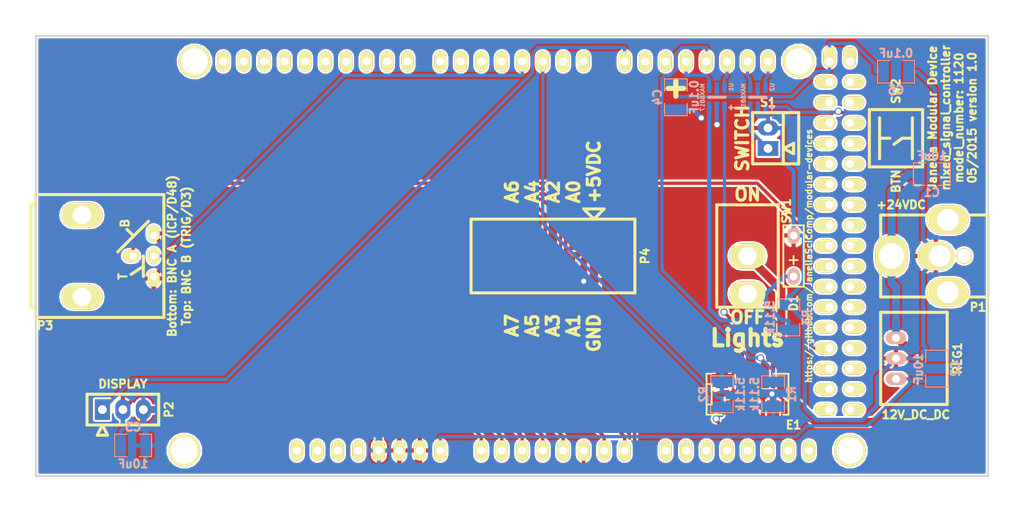
<source format=kicad_pcb>
(kicad_pcb (version 4) (host pcbnew 0.201504221001+5618~22~ubuntu14.04.1-product)
  (title_block (title mixed_signal_controller) (rev 1.2))
  (layers (0 F.Cu signal) (31 B.Cu signal) (34 B.Paste user) (35 F.Paste user) (36 B.SilkS user) (37 F.SilkS user) (38 B.Mask user) (39 F.Mask user) (44 Edge.Cuts user))
  (net 0 "")
  (net 1 VAA)
  (net 2 GND)
  (net 3 /V_IN)
  (net 4 +5V)
  (net 5 /ENC_BTN)
  (net 6 /ENC_B)
  (net 7 /ENC_A)
  (net 8 /TX3)
  (net 9 /D_ENC_BTN)
  (net 10 /LED_PWR)
  (net 11 /BNC_A)
  (net 12 /BNC_B)
  (net 13 /D_LED_PWR)
  (net 14 /D_BTN)
  (net 15 +5VD)
  (net 16 /BTN)
  (net 17 "Net-(ARDUINO1-PadNC)")
  (net 18 "Net-(ARDUINO1-PadIREF)")
  (net 19 "Net-(ARDUINO1-Pad3V3)")
  (net 20 "Net-(ARDUINO1-PadA8)")
  (net 21 "Net-(ARDUINO1-PadA9)")
  (net 22 "Net-(ARDUINO1-PadA10)")
  (net 23 "Net-(ARDUINO1-PadA11)")
  (net 24 "Net-(ARDUINO1-PadA12)")
  (net 25 "Net-(ARDUINO1-PadA13)")
  (net 26 "Net-(ARDUINO1-PadA14)")
  (net 27 "Net-(ARDUINO1-PadA15)")
  (net 28 "Net-(ARDUINO1-Pad21B)")
  (net 29 "Net-(ARDUINO1-Pad20B)")
  (net 30 "Net-(ARDUINO1-PadAREF)")
  (net 31 "Net-(ARDUINO1-PadGND3)")
  (net 32 "Net-(ARDUINO1-Pad13)")
  (net 33 "Net-(ARDUINO1-Pad12)")
  (net 34 "Net-(ARDUINO1-Pad11)")
  (net 35 "Net-(ARDUINO1-Pad10)")
  (net 36 "Net-(ARDUINO1-Pad9)")
  (net 37 "Net-(ARDUINO1-Pad8)")
  (net 38 "Net-(ARDUINO1-Pad7)")
  (net 39 "Net-(ARDUINO1-Pad0)")
  (net 40 "Net-(ARDUINO1-Pad1)")
  (net 41 "Net-(ARDUINO1-Pad4)")
  (net 42 "Net-(ARDUINO1-Pad5)")
  (net 43 "Net-(ARDUINO1-Pad6)")
  (net 44 "Net-(ARDUINO1-Pad15)")
  (net 45 "Net-(ARDUINO1-Pad16)")
  (net 46 /D_SWITCH)
  (net 47 "Net-(ARDUINO1-Pad5V_5)")
  (net 48 "Net-(ARDUINO1-Pad22)")
  (net 49 "Net-(ARDUINO1-Pad23)")
  (net 50 "Net-(ARDUINO1-Pad24)")
  (net 51 "Net-(ARDUINO1-Pad25)")
  (net 52 "Net-(ARDUINO1-Pad26)")
  (net 53 "Net-(ARDUINO1-Pad27)")
  (net 54 "Net-(ARDUINO1-Pad28)")
  (net 55 "Net-(ARDUINO1-Pad29)")
  (net 56 "Net-(ARDUINO1-Pad30)")
  (net 57 "Net-(ARDUINO1-Pad31)")
  (net 58 "Net-(ARDUINO1-Pad32)")
  (net 59 "Net-(ARDUINO1-Pad33)")
  (net 60 "Net-(ARDUINO1-Pad34)")
  (net 61 "Net-(ARDUINO1-Pad35)")
  (net 62 "Net-(ARDUINO1-Pad36)")
  (net 63 "Net-(ARDUINO1-Pad37)")
  (net 64 "Net-(ARDUINO1-Pad38)")
  (net 65 "Net-(ARDUINO1-Pad39)")
  (net 66 "Net-(ARDUINO1-Pad40)")
  (net 67 "Net-(ARDUINO1-Pad41)")
  (net 68 "Net-(ARDUINO1-Pad42)")
  (net 69 "Net-(ARDUINO1-Pad43)")
  (net 70 "Net-(ARDUINO1-Pad44)")
  (net 71 "Net-(ARDUINO1-Pad45)")
  (net 72 "Net-(ARDUINO1-Pad46)")
  (net 73 "Net-(ARDUINO1-Pad47)")
  (net 74 "Net-(ARDUINO1-Pad53)")
  (net 75 "Net-(ARDUINO1-PadGND4)")
  (net 76 "Net-(ARDUINO1-PadGND5)")
  (net 77 /SWITCH)
  (net 78 "Net-(ARDUINO1-PadRST)")
  (net 79 /A0)
  (net 80 /A1)
  (net 81 /A2)
  (net 82 /A3)
  (net 83 /A4)
  (net 84 /A5)
  (net 85 /A6)
  (net 86 /A7)
  (net 87 "Net-(ARDUINO1-Pad49)")
  (net 88 "Net-(ARDUINO1-Pad50)")
  (net 89 "Net-(ARDUINO1-Pad51)")
  (net 90 "Net-(ARDUINO1-Pad52)")
  (module mixed_signal_controller:KT_SWITCH (layer F.Cu) (at 200.025 88.265 90)
    (fp_text reference SW2 (at 5.842 0 270) (layer F.SilkS) (effects (font (size 1.016 1.016) (thickness 0.254))))
    (fp_text value KT_SWITCH hide)
    (fp_text user BTN (at -5.334 0 90) (layer F.SilkS) (effects (font (size 1.016 1.016) (thickness 0.254))))
    (pad 2 smd rect (at 4.1275 -1.99898 90) (size 2.667 1.59004) (layers F.Cu F.Paste F.Mask) (net 16 /BTN))
    (pad 1 smd rect (at -4.1275 -1.99898 90) (size 2.667 1.59004) (layers F.Cu F.Paste F.Mask))
    (pad 4 smd rect (at 4.1275 1.99898 90) (size 2.667 1.59004) (layers F.Cu F.Paste F.Mask))
    (pad 3 smd rect (at -4.1275 1.99898 90) (size 2.667 1.59004) (layers F.Cu F.Paste F.Mask) (net 2 GND))
  )
  (module mixed_signal_controller:Header_Shrouded_2_Pin (layer F.Cu) (at 184.15 88.265 270)
    (fp_text reference S1 (at -4.445 0 360) (layer F.SilkS) (effects (font (size 1.016 1.016) (thickness 0.254))))
    (fp_text value HEADER_01X02_SHR hide)
    (pad 2 thru_hole oval (at -1.27 0 270) (size 1.8542 2.54) (drill 1.0922) (layers *.Cu *.Mask) (net 2 GND))
    (pad 1 thru_hole rect (at 1.27 0 270) (size 1.8542 2.54) (drill 1.0922) (layers *.Cu *.Mask) (net 77 /SWITCH))
  )
  (module footprints:Header_3_Pin (layer F.Cu) (at 104.14 121.92 180)
    (fp_text reference P2 (at -5.715 0 270) (layer F.SilkS) (effects (font (size 1.016 1.016) (thickness 0.254))))
    (fp_text value HEADER_01X03 hide)
    (pad 2 thru_hole oval (at 0 0 180) (size 1.8542 2.54) (drill 1.0922) (layers *.Cu *.Mask) (net 2 GND))
    (pad 3 thru_hole oval (at -2.54 0 180) (size 1.8542 2.54) (drill 1.0922) (layers *.Cu *.Mask) (net 4 +5V))
    (pad 1 thru_hole rect (at 2.54 0 180) (size 1.8542 2.54) (drill 1.0922) (layers *.Cu *.Mask) (net 8 /TX3))
  )
  (module mixed_signal_controller:SPST_SERIES_M (layer F.Cu) (at 181.61 102.87 180)
    (fp_text reference SW1 (at -4.826 5.588 270) (layer F.SilkS) (effects (font (size 1.016 1.016) (thickness 0.254))))
    (fp_text value SPST_SERIES_M hide)
    (fp_text user Lights (at 0 -10.16 180) (layer F.SilkS) (effects (font (size 2.032 2.032) (thickness 0.508))))
    (fp_text user OFF (at 0 -7.62 180) (layer F.SilkS) (effects (font (thickness 0.381))))
    (fp_text user ON (at 0 7.62 180) (layer F.SilkS) (effects (font (thickness 0.381))))
    (pad 2 thru_hole oval (at 0 0 180) (size 4.445 3.175) (drill 2.286) (layers *.Cu *.Mask F.SilkS) (net 1 VAA))
    (pad 3 thru_hole oval (at 0 -4.699 180) (size 4.445 3.175) (drill 2.286) (layers *.Cu *.Mask F.SilkS) (net 10 /LED_PWR))
  )
  (module mixed_signal_controller:LED_555-3XXX (layer F.Cu) (at 187.325 102.87 180)
    (fp_text reference D1 (at 0 -5.842 450) (layer F.SilkS) (effects (font (size 1.016 1.016) (thickness 0.254))))
    (fp_text value LED_24V hide)
    (pad 1 thru_hole oval (at 0 -2.54 180) (size 1.524 2.032) (drill 0.9652) (layers *.Cu *.SilkS *.Mask) (net 10 /LED_PWR))
    (pad 2 thru_hole oval (at 0 2.54 180) (size 1.524 2.032) (drill 0.9652) (layers *.Cu *.SilkS *.Mask) (net 2 GND))
  )
  (module mixed_signal_controller:BNC_DOUBLE (layer F.Cu) (at 99.06 102.87 90)
    (fp_text reference P3 (at -8.636 -4.572 360) (layer F.SilkS) (effects (font (size 1.016 1.016) (thickness 0.254))))
    (fp_text value BNC_DOUBLE_RA hide)
    (fp_text user "Top: BNC B (TRIG/D3)" (at 0 12.954 90) (layer F.SilkS) (effects (font (size 1.016 1.016) (thickness 0.254))))
    (fp_text user "Bottom: BNC A (ICP/D48)" (at 0 11.176 90) (layer F.SilkS) (effects (font (size 1.016 1.016) (thickness 0.254))))
    (fp_text user B (at 4.064 5.334 90) (layer F.SilkS) (effects (font (size 1.016 1.016) (thickness 0.254))))
    (fp_text user T (at -2.54 5.08 90) (layer F.SilkS) (effects (font (size 1.016 1.016) (thickness 0.254))))
    (pad "" thru_hole oval (at -5.08 0 90) (size 3.048 5.08) (drill 2.286) (layers *.Cu *.Mask F.SilkS))
    (pad "" thru_hole oval (at 5.08 0 90) (size 3.048 5.08) (drill 2.286) (layers *.Cu *.Mask F.SilkS))
    (pad 1 thru_hole oval (at 0 6.35 90) (size 1.524 2.032) (drill 0.889 (offset 0 -0.254)) (layers *.Cu *.Mask F.SilkS) (net 11 /BNC_A))
    (pad 3 thru_hole oval (at 0 8.89 90) (size 2.032 1.524) (drill 0.889) (layers *.Cu *.Mask F.SilkS) (net 12 /BNC_B))
    (pad 2 thru_hole oval (at 2.54 8.89 90) (size 2.032 1.524) (drill 0.889 (offset 0.254 0)) (layers *.Cu *.Mask F.SilkS) (net 2 GND))
    (pad 4 thru_hole oval (at -2.54 8.89 90) (size 2.032 1.524) (drill 0.889 (offset -0.254 0)) (layers *.Cu *.Mask F.SilkS) (net 2 GND))
  )
  (module mixed_signal_controller:SM1210 (layer B.Cu) (at 186.69 110.49 90)
    (fp_text reference R3 (at 0 2.286 90) (layer B.SilkS) (effects (font (size 1.016 1.016) (thickness 0.254)) (justify mirror)))
    (fp_text value 5.11k (at 0 -2.286 90) (layer B.SilkS) (effects (font (size 1.016 1.016) (thickness 0.254)) (justify mirror)))
    (pad 1 smd rect (at -1.524 0 90) (size 1.27 2.54) (layers B.Cu B.Paste B.Mask) (net 10 /LED_PWR))
    (pad 2 smd rect (at 1.524 0 90) (size 1.27 2.54) (layers B.Cu B.Paste B.Mask) (net 2 GND))
  )
  (module mixed_signal_controller:ARDUINO_MEGA_SHIELD (layer F.Cu) (at 97.79 129.54)
    (fp_text reference ARDUINO1 hide)
    (fp_text value ARDUINO_MEGA hide)
    (pad "" thru_hole circle (at 13.97 -2.54) (size 3.937 3.937) (drill 3.302) (layers *.Cu *.Mask F.SilkS))
    (pad "" thru_hole circle (at 15.24 -50.8) (size 3.937 3.937) (drill 3.302) (layers *.Cu *.Mask F.SilkS))
    (pad "" thru_hole circle (at 96.52 -2.54) (size 3.937 3.937) (drill 3.302) (layers *.Cu *.Mask F.SilkS))
    (pad "" thru_hole circle (at 90.17 -50.8) (size 3.937 3.937) (drill 3.302) (layers *.Cu *.Mask F.SilkS))
    (pad NC thru_hole oval (at 27.94 -2.54 90) (size 2.54 1.524) (drill 1.016) (layers *.Cu *.Mask F.SilkS) (net 17 "Net-(ARDUINO1-PadNC)"))
    (pad IREF thru_hole oval (at 30.48 -2.54 90) (size 2.54 1.524) (drill 1.016) (layers *.Cu *.Mask F.SilkS) (net 18 "Net-(ARDUINO1-PadIREF)"))
    (pad RST thru_hole oval (at 33.02 -2.54 90) (size 2.54 1.524) (drill 1.016) (layers *.Cu *.Mask F.SilkS) (net 78 "Net-(ARDUINO1-PadRST)"))
    (pad 3V3 thru_hole oval (at 35.56 -2.54 90) (size 2.54 1.524) (drill 1.016) (layers *.Cu *.Mask F.SilkS) (net 19 "Net-(ARDUINO1-Pad3V3)"))
    (pad 5V_1 thru_hole oval (at 38.1 -2.54 90) (size 2.54 1.524) (drill 1.016) (layers *.Cu *.Mask F.SilkS) (net 4 +5V))
    (pad GND1 thru_hole oval (at 40.64 -2.54 90) (size 2.54 1.524) (drill 1.016) (layers *.Cu *.Mask F.SilkS) (net 2 GND))
    (pad GND2 thru_hole oval (at 43.18 -2.54 90) (size 2.54 1.524) (drill 1.016) (layers *.Cu *.Mask F.SilkS) (net 2 GND))
    (pad V_IN thru_hole oval (at 45.72 -2.54 90) (size 2.54 1.524) (drill 1.016) (layers *.Cu *.Mask F.SilkS) (net 3 /V_IN))
    (pad A0 thru_hole oval (at 50.8 -2.54 90) (size 2.54 1.524) (drill 1.016) (layers *.Cu *.Mask F.SilkS) (net 79 /A0))
    (pad A1 thru_hole oval (at 53.34 -2.54 90) (size 2.54 1.524) (drill 1.016) (layers *.Cu *.Mask F.SilkS) (net 80 /A1))
    (pad A2 thru_hole oval (at 55.88 -2.54 90) (size 2.54 1.524) (drill 1.016) (layers *.Cu *.Mask F.SilkS) (net 81 /A2))
    (pad A3 thru_hole oval (at 58.42 -2.54 90) (size 2.54 1.524) (drill 1.016) (layers *.Cu *.Mask F.SilkS) (net 82 /A3))
    (pad A4 thru_hole oval (at 60.96 -2.54 90) (size 2.54 1.524) (drill 1.016) (layers *.Cu *.Mask F.SilkS) (net 83 /A4))
    (pad A5 thru_hole oval (at 63.5 -2.54 90) (size 2.54 1.524) (drill 1.016) (layers *.Cu *.Mask F.SilkS) (net 84 /A5))
    (pad A6 thru_hole oval (at 66.04 -2.54 90) (size 2.54 1.524) (drill 1.016) (layers *.Cu *.Mask F.SilkS) (net 85 /A6))
    (pad A7 thru_hole oval (at 68.58 -2.54 90) (size 2.54 1.524) (drill 1.016) (layers *.Cu *.Mask F.SilkS) (net 86 /A7))
    (pad A8 thru_hole oval (at 73.66 -2.54 90) (size 2.54 1.524) (drill 1.016) (layers *.Cu *.Mask F.SilkS) (net 20 "Net-(ARDUINO1-PadA8)"))
    (pad A9 thru_hole oval (at 76.2 -2.54 90) (size 2.54 1.524) (drill 1.016) (layers *.Cu *.Mask F.SilkS) (net 21 "Net-(ARDUINO1-PadA9)"))
    (pad A10 thru_hole oval (at 78.74 -2.54 90) (size 2.54 1.524) (drill 1.016) (layers *.Cu *.Mask F.SilkS) (net 22 "Net-(ARDUINO1-PadA10)"))
    (pad A11 thru_hole oval (at 81.28 -2.54 90) (size 2.54 1.524) (drill 1.016) (layers *.Cu *.Mask F.SilkS) (net 23 "Net-(ARDUINO1-PadA11)"))
    (pad A12 thru_hole oval (at 83.82 -2.54 90) (size 2.54 1.524) (drill 1.016) (layers *.Cu *.Mask F.SilkS) (net 24 "Net-(ARDUINO1-PadA12)"))
    (pad A13 thru_hole oval (at 86.36 -2.54 90) (size 2.54 1.524) (drill 1.016) (layers *.Cu *.Mask F.SilkS) (net 25 "Net-(ARDUINO1-PadA13)"))
    (pad A14 thru_hole oval (at 88.9 -2.54 90) (size 2.54 1.524) (drill 1.016) (layers *.Cu *.Mask F.SilkS) (net 26 "Net-(ARDUINO1-PadA14)"))
    (pad A15 thru_hole oval (at 91.44 -2.54 90) (size 2.54 1.524) (drill 1.016) (layers *.Cu *.Mask F.SilkS) (net 27 "Net-(ARDUINO1-PadA15)"))
    (pad 21B thru_hole oval (at 18.796 -50.8 90) (size 2.54 1.524) (drill 1.016) (layers *.Cu *.Mask F.SilkS) (net 28 "Net-(ARDUINO1-Pad21B)"))
    (pad 20B thru_hole oval (at 21.336 -50.8 90) (size 2.54 1.524) (drill 1.016) (layers *.Cu *.Mask F.SilkS) (net 29 "Net-(ARDUINO1-Pad20B)"))
    (pad AREF thru_hole oval (at 23.876 -50.8 90) (size 2.54 1.524) (drill 1.016) (layers *.Cu *.Mask F.SilkS) (net 30 "Net-(ARDUINO1-PadAREF)"))
    (pad GND3 thru_hole oval (at 26.416 -50.8 90) (size 2.54 1.524) (drill 1.016) (layers *.Cu *.Mask F.SilkS) (net 31 "Net-(ARDUINO1-PadGND3)"))
    (pad 13 thru_hole oval (at 28.956 -50.8 90) (size 2.54 1.524) (drill 1.016) (layers *.Cu *.Mask F.SilkS) (net 32 "Net-(ARDUINO1-Pad13)"))
    (pad 12 thru_hole oval (at 31.496 -50.8 90) (size 2.54 1.524) (drill 1.016) (layers *.Cu *.Mask F.SilkS) (net 33 "Net-(ARDUINO1-Pad12)"))
    (pad 11 thru_hole oval (at 34.036 -50.8 90) (size 2.54 1.524) (drill 1.016) (layers *.Cu *.Mask F.SilkS) (net 34 "Net-(ARDUINO1-Pad11)"))
    (pad 10 thru_hole oval (at 36.576 -50.8 90) (size 2.54 1.524) (drill 1.016) (layers *.Cu *.Mask F.SilkS) (net 35 "Net-(ARDUINO1-Pad10)"))
    (pad 9 thru_hole oval (at 39.116 -50.8 90) (size 2.54 1.524) (drill 1.016) (layers *.Cu *.Mask F.SilkS) (net 36 "Net-(ARDUINO1-Pad9)"))
    (pad 8 thru_hole oval (at 41.656 -50.8 90) (size 2.54 1.524) (drill 1.016) (layers *.Cu *.Mask F.SilkS) (net 37 "Net-(ARDUINO1-Pad8)"))
    (pad 7 thru_hole oval (at 45.72 -50.8 90) (size 2.54 1.524) (drill 1.016) (layers *.Cu *.Mask F.SilkS) (net 38 "Net-(ARDUINO1-Pad7)"))
    (pad 0 thru_hole oval (at 63.5 -50.8 90) (size 2.54 1.524) (drill 1.016) (layers *.Cu *.Mask F.SilkS) (net 39 "Net-(ARDUINO1-Pad0)"))
    (pad 1 thru_hole oval (at 60.96 -50.8 90) (size 2.54 1.524) (drill 1.016) (layers *.Cu *.Mask F.SilkS) (net 40 "Net-(ARDUINO1-Pad1)"))
    (pad 2 thru_hole oval (at 58.42 -50.8 90) (size 2.54 1.524) (drill 1.016) (layers *.Cu *.Mask F.SilkS) (net 6 /ENC_B))
    (pad 3 thru_hole oval (at 55.88 -50.8 90) (size 2.54 1.524) (drill 1.016) (layers *.Cu *.Mask F.SilkS) (net 12 /BNC_B))
    (pad 4 thru_hole oval (at 53.34 -50.8 90) (size 2.54 1.524) (drill 1.016) (layers *.Cu *.Mask F.SilkS) (net 41 "Net-(ARDUINO1-Pad4)"))
    (pad 5 thru_hole oval (at 50.8 -50.8 90) (size 2.54 1.524) (drill 1.016) (layers *.Cu *.Mask F.SilkS) (net 42 "Net-(ARDUINO1-Pad5)"))
    (pad 6 thru_hole oval (at 48.26 -50.8 90) (size 2.54 1.524) (drill 1.016) (layers *.Cu *.Mask F.SilkS) (net 43 "Net-(ARDUINO1-Pad6)"))
    (pad 14 thru_hole oval (at 68.58 -50.8 90) (size 2.54 1.524) (drill 1.016) (layers *.Cu *.Mask F.SilkS) (net 8 /TX3))
    (pad 15 thru_hole oval (at 71.12 -50.8 90) (size 2.54 1.524) (drill 1.016) (layers *.Cu *.Mask F.SilkS) (net 44 "Net-(ARDUINO1-Pad15)"))
    (pad 16 thru_hole oval (at 73.66 -50.8 90) (size 2.54 1.524) (drill 1.016) (layers *.Cu *.Mask F.SilkS) (net 45 "Net-(ARDUINO1-Pad16)"))
    (pad 17 thru_hole oval (at 76.2 -50.8 90) (size 2.54 1.524) (drill 1.016) (layers *.Cu *.Mask F.SilkS) (net 13 /D_LED_PWR))
    (pad 18 thru_hole oval (at 78.74 -50.8 90) (size 2.54 1.524) (drill 1.016) (layers *.Cu *.Mask F.SilkS) (net 7 /ENC_A))
    (pad 19 thru_hole oval (at 81.28 -50.8 90) (size 2.54 1.524) (drill 1.016) (layers *.Cu *.Mask F.SilkS) (net 9 /D_ENC_BTN))
    (pad 20 thru_hole oval (at 83.82 -50.8 90) (size 2.54 1.524) (drill 1.016) (layers *.Cu *.Mask F.SilkS) (net 46 /D_SWITCH))
    (pad 21 thru_hole oval (at 86.36 -50.8 90) (size 2.54 1.524) (drill 1.016) (layers *.Cu *.Mask F.SilkS) (net 14 /D_BTN))
    (pad 5V_4 thru_hole oval (at 93.98 -50.8 90) (size 2.54 1.524) (drill 1.016 (offset 0.508 0)) (layers *.Cu *.Mask F.SilkS) (net 15 +5VD))
    (pad 5V_5 thru_hole oval (at 96.52 -50.8 90) (size 2.54 1.524) (drill 1.016 (offset 0.508 0)) (layers *.Cu *.Mask F.SilkS) (net 47 "Net-(ARDUINO1-Pad5V_5)"))
    (pad 22 thru_hole oval (at 93.98 -48.26 90) (size 1.524 2.54) (drill 1.016 (offset 0 -0.508)) (layers *.Cu *.Mask F.SilkS) (net 48 "Net-(ARDUINO1-Pad22)"))
    (pad 23 thru_hole oval (at 96.52 -48.26 90) (size 1.524 2.54) (drill 1.016 (offset 0 0.508)) (layers *.Cu *.Mask F.SilkS) (net 49 "Net-(ARDUINO1-Pad23)"))
    (pad 24 thru_hole oval (at 93.98 -45.72 90) (size 1.524 2.54) (drill 1.016 (offset 0 -0.508)) (layers *.Cu *.Mask F.SilkS) (net 50 "Net-(ARDUINO1-Pad24)"))
    (pad 25 thru_hole oval (at 96.52 -45.72 90) (size 1.524 2.54) (drill 1.016 (offset 0 0.508)) (layers *.Cu *.Mask F.SilkS) (net 51 "Net-(ARDUINO1-Pad25)"))
    (pad 26 thru_hole oval (at 93.98 -43.18 90) (size 1.524 2.54) (drill 1.016 (offset 0 -0.508)) (layers *.Cu *.Mask F.SilkS) (net 52 "Net-(ARDUINO1-Pad26)"))
    (pad 27 thru_hole oval (at 96.52 -43.18 90) (size 1.524 2.54) (drill 1.016 (offset 0 0.508)) (layers *.Cu *.Mask F.SilkS) (net 53 "Net-(ARDUINO1-Pad27)"))
    (pad 28 thru_hole oval (at 93.98 -40.64 90) (size 1.524 2.54) (drill 1.016 (offset 0 -0.508)) (layers *.Cu *.Mask F.SilkS) (net 54 "Net-(ARDUINO1-Pad28)"))
    (pad 29 thru_hole oval (at 96.52 -40.64 90) (size 1.524 2.54) (drill 1.016 (offset 0 0.508)) (layers *.Cu *.Mask F.SilkS) (net 55 "Net-(ARDUINO1-Pad29)"))
    (pad 30 thru_hole oval (at 93.98 -38.1 90) (size 1.524 2.54) (drill 1.016 (offset 0 -0.508)) (layers *.Cu *.Mask F.SilkS) (net 56 "Net-(ARDUINO1-Pad30)"))
    (pad 31 thru_hole oval (at 96.52 -38.1 90) (size 1.524 2.54) (drill 1.016 (offset 0 0.508)) (layers *.Cu *.Mask F.SilkS) (net 57 "Net-(ARDUINO1-Pad31)"))
    (pad 32 thru_hole oval (at 93.98 -35.56 90) (size 1.524 2.54) (drill 1.016 (offset 0 -0.508)) (layers *.Cu *.Mask F.SilkS) (net 58 "Net-(ARDUINO1-Pad32)"))
    (pad 33 thru_hole oval (at 96.52 -35.56 90) (size 1.524 2.54) (drill 1.016 (offset 0 0.508)) (layers *.Cu *.Mask F.SilkS) (net 59 "Net-(ARDUINO1-Pad33)"))
    (pad 34 thru_hole oval (at 93.98 -33.02 90) (size 1.524 2.54) (drill 1.016 (offset 0 -0.508)) (layers *.Cu *.Mask F.SilkS) (net 60 "Net-(ARDUINO1-Pad34)"))
    (pad 35 thru_hole oval (at 96.52 -33.02 90) (size 1.524 2.54) (drill 1.016 (offset 0 0.508)) (layers *.Cu *.Mask F.SilkS) (net 61 "Net-(ARDUINO1-Pad35)"))
    (pad 36 thru_hole oval (at 93.98 -30.48 90) (size 1.524 2.54) (drill 1.016 (offset 0 -0.508)) (layers *.Cu *.Mask F.SilkS) (net 62 "Net-(ARDUINO1-Pad36)"))
    (pad 37 thru_hole oval (at 96.52 -30.48 90) (size 1.524 2.54) (drill 1.016 (offset 0 0.508)) (layers *.Cu *.Mask F.SilkS) (net 63 "Net-(ARDUINO1-Pad37)"))
    (pad 38 thru_hole oval (at 93.98 -27.94 90) (size 1.524 2.54) (drill 1.016 (offset 0 -0.508)) (layers *.Cu *.Mask F.SilkS) (net 64 "Net-(ARDUINO1-Pad38)"))
    (pad 39 thru_hole oval (at 96.52 -27.94 90) (size 1.524 2.54) (drill 1.016 (offset 0 0.508)) (layers *.Cu *.Mask F.SilkS) (net 65 "Net-(ARDUINO1-Pad39)"))
    (pad 40 thru_hole oval (at 93.98 -25.4 90) (size 1.524 2.54) (drill 1.016 (offset 0 -0.508)) (layers *.Cu *.Mask F.SilkS) (net 66 "Net-(ARDUINO1-Pad40)"))
    (pad 41 thru_hole oval (at 96.52 -25.4 90) (size 1.524 2.54) (drill 1.016 (offset 0 0.508)) (layers *.Cu *.Mask F.SilkS) (net 67 "Net-(ARDUINO1-Pad41)"))
    (pad 42 thru_hole oval (at 93.98 -22.86 90) (size 1.524 2.54) (drill 1.016 (offset 0 -0.508)) (layers *.Cu *.Mask F.SilkS) (net 68 "Net-(ARDUINO1-Pad42)"))
    (pad 43 thru_hole oval (at 96.52 -22.86 90) (size 1.524 2.54) (drill 1.016 (offset 0 0.508)) (layers *.Cu *.Mask F.SilkS) (net 69 "Net-(ARDUINO1-Pad43)"))
    (pad 44 thru_hole oval (at 93.98 -20.32 90) (size 1.524 2.54) (drill 1.016 (offset 0 -0.508)) (layers *.Cu *.Mask F.SilkS) (net 70 "Net-(ARDUINO1-Pad44)"))
    (pad 45 thru_hole oval (at 96.52 -20.32 90) (size 1.524 2.54) (drill 1.016 (offset 0 0.508)) (layers *.Cu *.Mask F.SilkS) (net 71 "Net-(ARDUINO1-Pad45)"))
    (pad 46 thru_hole oval (at 93.98 -17.78 90) (size 1.524 2.54) (drill 1.016 (offset 0 -0.508)) (layers *.Cu *.Mask F.SilkS) (net 72 "Net-(ARDUINO1-Pad46)"))
    (pad 47 thru_hole oval (at 96.52 -17.78 90) (size 1.524 2.54) (drill 1.016 (offset 0 0.508)) (layers *.Cu *.Mask F.SilkS) (net 73 "Net-(ARDUINO1-Pad47)"))
    (pad 48 thru_hole oval (at 93.98 -15.24 90) (size 1.524 2.54) (drill 1.016 (offset 0 -0.508)) (layers *.Cu *.Mask F.SilkS) (net 11 /BNC_A))
    (pad 49 thru_hole oval (at 96.52 -15.24 90) (size 1.524 2.54) (drill 1.016 (offset 0 0.508)) (layers *.Cu *.Mask F.SilkS) (net 87 "Net-(ARDUINO1-Pad49)"))
    (pad 50 thru_hole oval (at 93.98 -12.7 90) (size 1.524 2.54) (drill 1.016 (offset 0 -0.508)) (layers *.Cu *.Mask F.SilkS) (net 88 "Net-(ARDUINO1-Pad50)"))
    (pad 51 thru_hole oval (at 96.52 -12.7 90) (size 1.524 2.54) (drill 1.016 (offset 0 0.508)) (layers *.Cu *.Mask F.SilkS) (net 89 "Net-(ARDUINO1-Pad51)"))
    (pad 52 thru_hole oval (at 93.98 -10.16 90) (size 1.524 2.54) (drill 1.016 (offset 0 -0.508)) (layers *.Cu *.Mask F.SilkS) (net 90 "Net-(ARDUINO1-Pad52)"))
    (pad 53 thru_hole oval (at 96.52 -10.16 90) (size 1.524 2.54) (drill 1.016 (offset 0 0.508)) (layers *.Cu *.Mask F.SilkS) (net 74 "Net-(ARDUINO1-Pad53)"))
    (pad GND4 thru_hole oval (at 93.98 -7.62 90) (size 1.524 2.54) (drill 1.016 (offset 0 -0.508)) (layers *.Cu *.Mask F.SilkS) (net 75 "Net-(ARDUINO1-PadGND4)"))
    (pad GND5 thru_hole oval (at 96.52 -7.62 90) (size 1.524 2.54) (drill 1.016 (offset 0 0.508)) (layers *.Cu *.Mask F.SilkS) (net 76 "Net-(ARDUINO1-PadGND5)"))
  )
  (module mixed_signal_controller:DC_DC_CONV_R78C (layer F.Cu) (at 200.025 115.57 270)
    (fp_text reference REG1 (at 0 -7.62 270) (layer F.SilkS) (effects (font (size 1.016 1.016) (thickness 0.254))))
    (fp_text value CONV_DC_DC_12V_1A hide)
    (pad 2 thru_hole oval (at 0 0 270) (size 1.524 2.54) (drill 0.9906) (layers *.Cu *.SilkS *.Mask) (net 2 GND))
    (pad 3 thru_hole oval (at 2.54 0 270) (size 1.524 2.54) (drill 0.9906) (layers *.Cu *.SilkS *.Mask) (net 3 /V_IN))
    (pad 1 thru_hole oval (at -2.54 0 270) (size 1.524 2.54) (drill 0.9906) (layers *.Cu *.SilkS *.Mask) (net 1 VAA))
  )
  (module mixed_signal_controller:DCJACK_2PIN_HIGHCURRENT (layer F.Cu) (at 211.455 102.87 270)
    (fp_text reference P1 (at 6.35 1.27 360) (layer F.SilkS) (effects (font (size 1.016 1.016) (thickness 0.254))))
    (fp_text value PWR_JACK_2.5x5.5 hide)
    (pad "" thru_hole circle (at 0 2.9972 270) (size 1.9304 1.9304) (drill 1.6002) (layers *.Cu *.Mask F.SilkS))
    (pad 2 thru_hole oval (at 0 5.9944 270) (size 3.556 4.572) (drill 2.6924 (offset 0 0.508)) (layers *.Cu *.Mask F.SilkS) (net 2 GND))
    (pad 1 thru_hole oval (at 0 11.9888 270) (size 5.08 4.064) (drill 3.1496) (layers *.Cu *.Mask F.SilkS) (net 1 VAA))
    (pad "" thru_hole oval (at -4.4958 5.0038 270) (size 3.556 5.08) (drill 2.6924) (layers *.Cu *.Mask F.SilkS))
    (pad "" thru_hole oval (at 4.4958 5.0038 270) (size 3.556 5.08) (drill 2.6924) (layers *.Cu *.Mask F.SilkS))
  )
  (module mixed_signal_controller:SM1210 (layer B.Cu) (at 204.47 92.71)
    (fp_text reference C1 (at 0 2.286) (layer B.SilkS) (effects (font (size 1.016 1.016) (thickness 0.254)) (justify mirror)))
    (fp_text value 10uF (at 0 -2.286) (layer B.SilkS) (effects (font (size 1.016 1.016) (thickness 0.254)) (justify mirror)))
    (pad 1 smd rect (at -1.524 0) (size 1.27 2.54) (layers B.Cu B.Paste B.Mask) (net 1 VAA))
    (pad 2 smd rect (at 1.524 0) (size 1.27 2.54) (layers B.Cu B.Paste B.Mask) (net 2 GND))
  )
  (module mixed_signal_controller:SM1210 (layer B.Cu) (at 205.105 116.84 90)
    (fp_text reference C2 (at 0 2.286 90) (layer B.SilkS) (effects (font (size 1.016 1.016) (thickness 0.254)) (justify mirror)))
    (fp_text value 10uF (at 0 -2.286 90) (layer B.SilkS) (effects (font (size 1.016 1.016) (thickness 0.254)) (justify mirror)))
    (pad 1 smd rect (at -1.524 0 90) (size 1.27 2.54) (layers B.Cu B.Paste B.Mask) (net 3 /V_IN))
    (pad 2 smd rect (at 1.524 0 90) (size 1.27 2.54) (layers B.Cu B.Paste B.Mask) (net 2 GND))
  )
  (module mixed_signal_controller:SM1210 (layer B.Cu) (at 105.41 126.365 180)
    (fp_text reference C3 (at 0 2.286 180) (layer B.SilkS) (effects (font (size 1.016 1.016) (thickness 0.254)) (justify mirror)))
    (fp_text value 10uF (at 0 -2.286 180) (layer B.SilkS) (effects (font (size 1.016 1.016) (thickness 0.254)) (justify mirror)))
    (pad 1 smd rect (at -1.524 0 180) (size 1.27 2.54) (layers B.Cu B.Paste B.Mask) (net 4 +5V))
    (pad 2 smd rect (at 1.524 0 180) (size 1.27 2.54) (layers B.Cu B.Paste B.Mask) (net 2 GND))
  )
  (module mixed_signal_controller:SM1210 (layer B.Cu) (at 172.72 83.185 270)
    (fp_text reference C4 (at 0 2.286 270) (layer B.SilkS) (effects (font (size 1.016 1.016) (thickness 0.254)) (justify mirror)))
    (fp_text value 0.1uF (at 0 -2.286 270) (layer B.SilkS) (effects (font (size 1.016 1.016) (thickness 0.254)) (justify mirror)))
    (pad 1 smd rect (at -1.524 0 270) (size 1.27 2.54) (layers B.Cu B.Paste B.Mask) (net 15 +5VD))
    (pad 2 smd rect (at 1.524 0 270) (size 1.27 2.54) (layers B.Cu B.Paste B.Mask) (net 2 GND))
  )
  (module mixed_signal_controller:SM1210 (layer B.Cu) (at 200.025 80.01)
    (fp_text reference C5 (at 0 2.286) (layer B.SilkS) (effects (font (size 1.016 1.016) (thickness 0.254)) (justify mirror)))
    (fp_text value 0.1uF (at 0 -2.286) (layer B.SilkS) (effects (font (size 1.016 1.016) (thickness 0.254)) (justify mirror)))
    (pad 1 smd rect (at -1.524 0) (size 1.27 2.54) (layers B.Cu B.Paste B.Mask) (net 15 +5VD))
    (pad 2 smd rect (at 1.524 0) (size 1.27 2.54) (layers B.Cu B.Paste B.Mask) (net 2 GND))
  )
  (module mixed_signal_controller:SM1210 (layer B.Cu) (at 184.785 120.015 90)
    (fp_text reference R1 (at 0 2.286 90) (layer B.SilkS) (effects (font (size 1.016 1.016) (thickness 0.254)) (justify mirror)))
    (fp_text value 5.11k (at 0 -2.286 90) (layer B.SilkS) (effects (font (size 1.016 1.016) (thickness 0.254)) (justify mirror)))
    (pad 1 smd rect (at -1.524 0 90) (size 1.27 2.54) (layers B.Cu B.Paste B.Mask) (net 4 +5V))
    (pad 2 smd rect (at 1.524 0 90) (size 1.27 2.54) (layers B.Cu B.Paste B.Mask) (net 7 /ENC_A))
  )
  (module mixed_signal_controller:SM1210 (layer B.Cu) (at 178.435 120.015 270)
    (fp_text reference R2 (at 0 2.286 270) (layer B.SilkS) (effects (font (size 1.016 1.016) (thickness 0.254)) (justify mirror)))
    (fp_text value 5.11k (at 0 -2.286 270) (layer B.SilkS) (effects (font (size 1.016 1.016) (thickness 0.254)) (justify mirror)))
    (pad 1 smd rect (at -1.524 0 270) (size 1.27 2.54) (layers B.Cu B.Paste B.Mask) (net 4 +5V))
    (pad 2 smd rect (at 1.524 0 270) (size 1.27 2.54) (layers B.Cu B.Paste B.Mask) (net 6 /ENC_B))
  )
  (module mixed_signal_controller:Micro-MaTch_6_SMD (layer F.Cu) (at 181.61 120.015)
    (fp_text reference E1 (at 5.715 3.81) (layer F.SilkS) (effects (font (size 1.016 1.016) (thickness 0.254))))
    (fp_text value ENCODER_C14 hide)
    (pad 1 smd rect (at -3.175 -2.2606) (size 1.4986 2.9972) (layers F.Cu F.Paste F.Mask) (net 2 GND))
    (pad 2 smd rect (at -1.905 2.2606) (size 1.4986 2.9972) (layers F.Cu F.Paste F.Mask) (net 2 GND))
    (pad 3 smd rect (at -0.635 -2.2606) (size 1.4986 2.9972) (layers F.Cu F.Paste F.Mask) (net 5 /ENC_BTN))
    (pad 4 smd rect (at 0.635 2.2606) (size 1.4986 2.9972) (layers F.Cu F.Paste F.Mask) (net 6 /ENC_B))
    (pad 5 smd rect (at 1.905 -2.2606) (size 1.4986 2.9972) (layers F.Cu F.Paste F.Mask) (net 7 /ENC_A))
    (pad 6 smd rect (at 3.175 2.2606) (size 1.4986 2.9972) (layers F.Cu F.Paste F.Mask) (net 4 +5V))
  )
  (module mixed_signal_controller:MAX6817 (layer B.Cu) (at 177.8 83.185 90)
    (fp_text reference U1 (at 1.27 1.778 90) (layer B.SilkS) (effects (font (size 0.508 0.508) (thickness 0.127)) (justify mirror)))
    (fp_text value MAX6817 (at 0 -1.778 270) (layer B.SilkS) (effects (font (size 0.508 0.508) (thickness 0.127)) (justify mirror)))
    (pad 1 smd rect (at -1.19888 0.94996 90) (size 1.33096 0.5588) (layers B.Cu B.Paste B.Mask) (net 5 /ENC_BTN) (clearance 0.1016))
    (pad 2 smd rect (at -1.19888 0 90) (size 1.33096 0.5588) (layers B.Cu B.Paste B.Mask) (net 2 GND) (clearance 0.1016))
    (pad 3 smd rect (at -1.19888 -0.94996 90) (size 1.33096 0.5588) (layers B.Cu B.Paste B.Mask) (net 10 /LED_PWR) (clearance 0.1016))
    (pad 4 smd rect (at 1.19888 -0.94996 90) (size 1.33096 0.5588) (layers B.Cu B.Paste B.Mask) (net 13 /D_LED_PWR) (clearance 0.1016))
    (pad 5 smd rect (at 1.19888 0 90) (size 1.33096 0.5588) (layers B.Cu B.Paste B.Mask) (net 15 +5VD) (clearance 0.1016))
    (pad 6 smd rect (at 1.19888 0.94996 90) (size 1.33096 0.5588) (layers B.Cu B.Paste B.Mask) (net 9 /D_ENC_BTN) (clearance 0.1016))
  )
  (module mixed_signal_controller:MAX6817 (layer B.Cu) (at 182.88 83.185 90)
    (fp_text reference U2 (at 1.27 1.778 90) (layer B.SilkS) (effects (font (size 0.508 0.508) (thickness 0.127)) (justify mirror)))
    (fp_text value MAX6817 (at 0 -1.778 270) (layer B.SilkS) (effects (font (size 0.508 0.508) (thickness 0.127)) (justify mirror)))
    (pad 1 smd rect (at -1.19888 0.94996 90) (size 1.33096 0.5588) (layers B.Cu B.Paste B.Mask) (net 16 /BTN) (clearance 0.1016))
    (pad 2 smd rect (at -1.19888 0 90) (size 1.33096 0.5588) (layers B.Cu B.Paste B.Mask) (net 2 GND) (clearance 0.1016))
    (pad 3 smd rect (at -1.19888 -0.94996 90) (size 1.33096 0.5588) (layers B.Cu B.Paste B.Mask) (net 77 /SWITCH) (clearance 0.1016))
    (pad 4 smd rect (at 1.19888 -0.94996 90) (size 1.33096 0.5588) (layers B.Cu B.Paste B.Mask) (net 46 /D_SWITCH) (clearance 0.1016))
    (pad 5 smd rect (at 1.19888 0 90) (size 1.33096 0.5588) (layers B.Cu B.Paste B.Mask) (net 15 +5VD) (clearance 0.1016))
    (pad 6 smd rect (at 1.19888 0.94996 90) (size 1.33096 0.5588) (layers B.Cu B.Paste B.Mask) (net 14 /D_BTN) (clearance 0.1016))
  )
  (module mixed_signal_controller:HEADER_02x05_SMD (layer F.Cu) (at 157.48 102.87)
    (fp_text reference P4 (at 11.43 0 90) (layer F.SilkS) (effects (font (size 1.016 1.016) (thickness 0.254))))
    (fp_text value HEADER_02X05_SMD hide)
    (pad 1 smd rect (at 5.08 -2.9972) (size 1.016 4.4958) (layers F.Cu F.Paste F.Mask) (net 4 +5V))
    (pad 2 smd rect (at 5.08 2.9972) (size 1.016 4.4958) (layers F.Cu F.Paste F.Mask) (net 2 GND))
    (pad 3 smd rect (at 2.54 -2.9972) (size 1.016 4.4958) (layers F.Cu F.Paste F.Mask) (net 79 /A0))
    (pad 4 smd rect (at 2.54 2.9972) (size 1.016 4.4958) (layers F.Cu F.Paste F.Mask) (net 80 /A1))
    (pad 5 smd rect (at 0 -2.9972) (size 1.016 4.4958) (layers F.Cu F.Paste F.Mask) (net 81 /A2))
    (pad 6 smd rect (at 0 2.9972) (size 1.016 4.4958) (layers F.Cu F.Paste F.Mask) (net 82 /A3))
    (pad 7 smd rect (at -2.54 -2.9972) (size 1.016 4.4958) (layers F.Cu F.Paste F.Mask) (net 83 /A4))
    (pad 8 smd rect (at -2.54 2.9972) (size 1.016 4.4958) (layers F.Cu F.Paste F.Mask) (net 84 /A5))
    (pad 9 smd rect (at -5.08 -2.9972) (size 1.016 4.4958) (layers F.Cu F.Paste F.Mask) (net 85 /A6))
    (pad 10 smd rect (at -5.08 2.9972) (size 1.016 4.4958) (layers F.Cu F.Paste F.Mask) (net 86 /A7))
  )
  (gr_text A7 (at 152.4 109.855 90) (layer F.SilkS) (effects (font (thickness 0.381)) (justify right)))
  (gr_text A5 (at 154.94 109.855 90) (layer F.SilkS) (effects (font (thickness 0.381)) (justify right)))
  (gr_text SWITCH (at 180.975 88.265 90) (layer F.SilkS) (effects (font (thickness 0.381))))
  (gr_text + (at 172.72 81.915) (layer F.SilkS) (effects (font (size 2.54 2.54) (thickness 0.635))))
  (gr_text A0 (at 160.02 96.52 90) (layer F.SilkS) (effects (font (thickness 0.381)) (justify left)))
  (gr_text A2 (at 157.48 96.52 90) (layer F.SilkS) (effects (font (thickness 0.381)) (justify left)))
  (gr_text A4 (at 154.94 96.52 90) (layer F.SilkS) (effects (font (thickness 0.381)) (justify left)))
  (gr_text A6 (at 152.4 96.52 90) (layer F.SilkS) (effects (font (thickness 0.381)) (justify left)))
  (gr_text GND (at 162.56 109.855 90) (layer F.SilkS) (effects (font (thickness 0.381)) (justify right)))
  (gr_text A1 (at 160.02 109.855 90) (layer F.SilkS) (effects (font (thickness 0.381)) (justify right)))
  (gr_text A3 (at 157.48 109.855 90) (layer F.SilkS) (effects (font (thickness 0.381)) (justify right)))
  (gr_text +5VDC (at 162.56 96.52 90) (layer F.SilkS) (effects (font (thickness 0.381)) (justify left)))
  (gr_line (start 211.455 75.565) (end 93.345 75.565) (angle 90) (layer Edge.Cuts) (width 0.2286))
  (gr_line (start 211.455 130.175) (end 211.455 75.565) (angle 90) (layer Edge.Cuts) (width 0.2286))
  (gr_line (start 93.345 130.175) (end 211.455 130.175) (angle 90) (layer Edge.Cuts) (width 0.2286))
  (gr_line (start 93.345 75.565) (end 93.345 130.175) (angle 90) (layer Edge.Cuts) (width 0.2286))
  (gr_text 12V_DC_DC (at 198.12 122.555) (layer F.SilkS) (effects (font (size 1.016 1.016) (thickness 0.254)) (justify left)))
  (gr_text +24VDC (at 200.66 96.52) (layer F.SilkS) (effects (font (size 1.016 1.016) (thickness 0.254))))
  (gr_text DISPLAY (at 104.14 118.745) (layer F.SilkS) (effects (font (size 1.016 1.016) (thickness 0.254))))
  (gr_text https://github.com/JaneliaSciComp/modular-devices (at 189.23 102.87 90) (layer F.SilkS) (effects (font (size 0.762 0.762) (thickness 0.1905))))
  (gr_text "Janelia Modular Device\nmixed_signal_controller\nmodel_number: 1120\n05/2015 version 1.0" (at 207.01 85.725 90) (layer F.SilkS) (effects (font (size 1.016 1.016) (thickness 0.254))))
  (segment (start 202.946 92.71) (end 201.5487 92.71) (width 1.016) (layer B.Cu) (net 1))
  (segment (start 185.8006 107.0606) (end 181.61 102.87) (width 1.016) (layer F.Cu) (net 1))
  (segment (start 185.8006 119.187) (end 185.8006 107.0606) (width 1.016) (layer F.Cu) (net 1))
  (segment (start 190.0704 123.4568) (end 185.8006 119.187) (width 1.016) (layer F.Cu) (net 1))
  (segment (start 197.3687 123.4568) (end 190.0704 123.4568) (width 1.016) (layer F.Cu) (net 1))
  (segment (start 202.0574 118.7681) (end 197.3687 123.4568) (width 1.016) (layer F.Cu) (net 1))
  (segment (start 202.0574 114.9354) (end 202.0574 118.7681) (width 1.016) (layer F.Cu) (net 1))
  (segment (start 200.152 113.03) (end 202.0574 114.9354) (width 1.016) (layer F.Cu) (net 1))
  (segment (start 200.025 113.03) (end 200.152 113.03) (width 1.016) (layer F.Cu) (net 1))
  (segment (start 199.4662 94.7925) (end 201.5487 92.71) (width 1.016) (layer B.Cu) (net 1))
  (segment (start 199.4662 102.87) (end 199.4662 94.7925) (width 1.016) (layer B.Cu) (net 1))
  (segment (start 200.025 106.7311) (end 200.025 113.03) (width 1.016) (layer B.Cu) (net 1))
  (segment (start 199.4662 106.1723) (end 200.025 106.7311) (width 1.016) (layer B.Cu) (net 1))
  (segment (start 199.4662 102.87) (end 199.4662 106.1723) (width 1.016) (layer B.Cu) (net 1))
  (via (at 177.8254 86.5812) (size 0.889) (layers F.Cu B.Cu) (net 2))
  (via (at 175.8772 85.746) (size 0.889) (layers F.Cu B.Cu) (net 2))
  (segment (start 184.1481 85.5577) (end 184.15 85.5596) (width 0.508) (layer B.Cu) (net 2))
  (segment (start 182.88 85.5577) (end 184.1481 85.5577) (width 0.508) (layer B.Cu) (net 2))
  (segment (start 184.15 86.995) (end 184.15 85.5596) (width 0.508) (layer B.Cu) (net 2))
  (segment (start 182.88 84.3839) (end 182.88 85.5577) (width 0.508) (layer B.Cu) (net 2))
  (segment (start 205.994 92.71) (end 204.8507 92.71) (width 0.508) (layer B.Cu) (net 2))
  (segment (start 204.8507 82.1684) (end 204.8507 92.71) (width 0.508) (layer B.Cu) (net 2))
  (segment (start 202.6923 80.01) (end 204.8507 82.1684) (width 0.508) (layer B.Cu) (net 2))
  (segment (start 201.549 80.01) (end 202.6923 80.01) (width 0.508) (layer B.Cu) (net 2))
  (segment (start 184.15 86.995) (end 185.9283 86.995) (width 0.508) (layer B.Cu) (net 2))
  (segment (start 187.325 92.403) (end 187.325 100.33) (width 0.508) (layer B.Cu) (net 2))
  (segment (start 185.9283 91.0063) (end 187.325 92.403) (width 0.508) (layer B.Cu) (net 2))
  (segment (start 185.9283 86.995) (end 185.9283 91.0063) (width 0.508) (layer B.Cu) (net 2))
  (segment (start 186.9758 107.8227) (end 186.69 107.8227) (width 0.508) (layer B.Cu) (net 2))
  (segment (start 188.5953 106.2032) (end 186.9758 107.8227) (width 0.508) (layer B.Cu) (net 2))
  (segment (start 188.5953 100.33) (end 188.5953 106.2032) (width 0.508) (layer B.Cu) (net 2))
  (segment (start 187.325 100.33) (end 188.5953 100.33) (width 0.508) (layer B.Cu) (net 2))
  (segment (start 186.69 108.966) (end 186.69 107.8227) (width 0.508) (layer B.Cu) (net 2))
  (segment (start 105.9184 120.1416) (end 107.95 120.1416) (width 0.508) (layer F.Cu) (net 2))
  (segment (start 104.14 121.92) (end 105.9184 120.1416) (width 0.508) (layer F.Cu) (net 2))
  (segment (start 133.3499 120.1416) (end 107.95 120.1416) (width 0.508) (layer F.Cu) (net 2))
  (segment (start 138.43 125.2217) (end 133.3499 120.1416) (width 0.508) (layer F.Cu) (net 2))
  (segment (start 138.43 127) (end 138.43 125.2217) (width 0.508) (layer F.Cu) (net 2))
  (segment (start 202.024 99.4334) (end 202.024 92.3925) (width 0.508) (layer F.Cu) (net 2))
  (segment (start 205.4606 102.87) (end 202.024 99.4334) (width 0.508) (layer F.Cu) (net 2))
  (segment (start 107.95 120.1416) (end 107.95 105.41) (width 0.508) (layer F.Cu) (net 2))
  (segment (start 109.2515 101.6315) (end 107.95 100.33) (width 0.508) (layer F.Cu) (net 2))
  (segment (start 109.2515 104.1085) (end 109.2515 101.6315) (width 0.508) (layer F.Cu) (net 2))
  (segment (start 107.95 105.41) (end 109.2515 104.1085) (width 0.508) (layer F.Cu) (net 2))
  (segment (start 205.105 115.316) (end 203.3267 115.316) (width 0.508) (layer B.Cu) (net 2))
  (segment (start 197.6803 117.9147) (end 200.025 115.57) (width 0.508) (layer B.Cu) (net 2))
  (segment (start 197.6803 121.3761) (end 197.6803 117.9147) (width 0.508) (layer B.Cu) (net 2))
  (segment (start 195.8321 123.2243) (end 197.6803 121.3761) (width 0.508) (layer B.Cu) (net 2))
  (segment (start 190.1864 123.2243) (end 195.8321 123.2243) (width 0.508) (layer B.Cu) (net 2))
  (segment (start 188.7064 121.7443) (end 190.1864 123.2243) (width 0.508) (layer B.Cu) (net 2))
  (segment (start 188.7064 110.9824) (end 188.7064 121.7443) (width 0.508) (layer B.Cu) (net 2))
  (segment (start 186.69 108.966) (end 188.7064 110.9824) (width 0.508) (layer B.Cu) (net 2))
  (segment (start 203.0727 115.57) (end 203.3267 115.316) (width 0.508) (layer B.Cu) (net 2))
  (segment (start 200.025 115.57) (end 203.0727 115.57) (width 0.508) (layer B.Cu) (net 2))
  (segment (start 204.8507 93.8533) (end 204.8507 92.71) (width 0.508) (layer B.Cu) (net 2))
  (segment (start 203.3726 95.3314) (end 204.8507 93.8533) (width 0.508) (layer B.Cu) (net 2))
  (segment (start 203.3726 100.782) (end 203.3726 95.3314) (width 0.508) (layer B.Cu) (net 2))
  (segment (start 205.4606 102.87) (end 203.3726 100.782) (width 0.508) (layer B.Cu) (net 2))
  (segment (start 203.3267 114.7291) (end 203.3267 115.316) (width 0.508) (layer B.Cu) (net 2))
  (segment (start 203.6503 114.4055) (end 203.3267 114.7291) (width 0.508) (layer B.Cu) (net 2))
  (segment (start 203.6503 114.1953) (end 203.6503 114.4055) (width 0.508) (layer B.Cu) (net 2))
  (segment (start 203.3932 113.9382) (end 203.6503 114.1953) (width 0.508) (layer B.Cu) (net 2))
  (segment (start 203.3932 104.9374) (end 203.3932 113.9382) (width 0.508) (layer B.Cu) (net 2))
  (segment (start 205.4606 102.87) (end 203.3932 104.9374) (width 0.508) (layer B.Cu) (net 2))
  (segment (start 104.14 124.3327) (end 103.886 124.5867) (width 0.508) (layer B.Cu) (net 2))
  (segment (start 104.14 121.92) (end 104.14 124.3327) (width 0.508) (layer B.Cu) (net 2))
  (segment (start 103.886 126.365) (end 103.886 124.5867) (width 0.508) (layer B.Cu) (net 2))
  (segment (start 179.1976 119.7613) (end 179.705 120.2687) (width 0.508) (layer F.Cu) (net 2))
  (segment (start 178.435 119.7613) (end 179.1976 119.7613) (width 0.508) (layer F.Cu) (net 2))
  (segment (start 179.705 122.2756) (end 179.705 120.2687) (width 0.508) (layer F.Cu) (net 2))
  (segment (start 178.435 117.7544) (end 178.435 115.7475) (width 0.508) (layer F.Cu) (net 2))
  (segment (start 171.7538 109.0663) (end 178.435 115.7475) (width 0.508) (layer F.Cu) (net 2))
  (segment (start 171.3109 108.6234) (end 171.7538 109.0663) (width 0.508) (layer F.Cu) (net 2))
  (segment (start 162.56 108.6234) (end 171.3109 108.6234) (width 0.508) (layer F.Cu) (net 2))
  (segment (start 180.4901 100.33) (end 187.325 100.33) (width 0.508) (layer F.Cu) (net 2))
  (segment (start 171.7538 109.0663) (end 180.4901 100.33) (width 0.508) (layer F.Cu) (net 2))
  (segment (start 162.56 105.8672) (end 162.56 108.6234) (width 0.508) (layer F.Cu) (net 2))
  (segment (start 178.2392 86.995) (end 177.8254 86.5812) (width 0.508) (layer F.Cu) (net 2))
  (segment (start 184.15 86.995) (end 178.2392 86.995) (width 0.508) (layer F.Cu) (net 2))
  (segment (start 177.8 86.5558) (end 177.8 84.3839) (width 0.508) (layer B.Cu) (net 2))
  (segment (start 177.8254 86.5812) (end 177.8 86.5558) (width 0.508) (layer B.Cu) (net 2))
  (segment (start 172.72 84.709) (end 174.4983 84.709) (width 0.508) (layer B.Cu) (net 2))
  (segment (start 174.8402 84.709) (end 175.8772 85.746) (width 0.508) (layer B.Cu) (net 2))
  (segment (start 174.4983 84.709) (end 174.8402 84.709) (width 0.508) (layer B.Cu) (net 2))
  (segment (start 176.7124 86.5812) (end 175.8772 85.746) (width 0.508) (layer F.Cu) (net 2))
  (segment (start 177.8254 86.5812) (end 176.7124 86.5812) (width 0.508) (layer F.Cu) (net 2))
  (segment (start 178.435 117.7544) (end 178.435 118.002) (width 0.508) (layer F.Cu) (net 2))
  (segment (start 178.435 118.002) (end 178.435 119.7613) (width 0.508) (layer F.Cu) (net 2))
  (segment (start 140.97 127) (end 140.97 127.8891) (width 0.508) (layer F.Cu) (net 2))
  (segment (start 140.97 127.8891) (end 140.97 128.7783) (width 0.508) (layer F.Cu) (net 2))
  (segment (start 140.0808 128.7783) (end 138.43 128.7783) (width 0.508) (layer F.Cu) (net 2))
  (segment (start 140.97 127.8891) (end 140.0808 128.7783) (width 0.508) (layer F.Cu) (net 2))
  (segment (start 138.43 127) (end 138.43 128.7783) (width 0.508) (layer F.Cu) (net 2))
  (segment (start 178.0791 118.002) (end 178.435 118.002) (width 0.508) (layer F.Cu) (net 2))
  (segment (start 169.9761 126.105) (end 178.0791 118.002) (width 0.508) (layer F.Cu) (net 2))
  (segment (start 169.9761 126.6442) (end 169.9761 126.105) (width 0.508) (layer F.Cu) (net 2))
  (segment (start 167.1694 129.4509) (end 169.9761 126.6442) (width 0.508) (layer F.Cu) (net 2))
  (segment (start 141.6426 129.4509) (end 167.1694 129.4509) (width 0.508) (layer F.Cu) (net 2))
  (segment (start 140.97 128.7783) (end 141.6426 129.4509) (width 0.508) (layer F.Cu) (net 2))
  (segment (start 205.105 118.364) (end 203.3775 118.364) (width 0.4064) (layer B.Cu) (net 3))
  (segment (start 143.51 127) (end 143.51 125.2725) (width 0.4064) (layer B.Cu) (net 3))
  (segment (start 201.7531 118.364) (end 203.3775 118.364) (width 0.4064) (layer B.Cu) (net 3))
  (segment (start 201.7525 118.3634) (end 201.7531 118.364) (width 0.4064) (layer B.Cu) (net 3))
  (segment (start 201.7525 118.11) (end 201.7525 118.3634) (width 0.4064) (layer B.Cu) (net 3))
  (segment (start 187.6563 125.2725) (end 143.51 125.2725) (width 0.4064) (layer B.Cu) (net 3))
  (segment (start 188.9929 123.9359) (end 187.6563 125.2725) (width 0.4064) (layer B.Cu) (net 3))
  (segment (start 196.4786 123.9359) (end 188.9929 123.9359) (width 0.4064) (layer B.Cu) (net 3))
  (segment (start 201.7531 118.6614) (end 196.4786 123.9359) (width 0.4064) (layer B.Cu) (net 3))
  (segment (start 201.7531 118.364) (end 201.7531 118.6614) (width 0.4064) (layer B.Cu) (net 3))
  (segment (start 200.025 118.11) (end 201.7525 118.11) (width 0.4064) (layer B.Cu) (net 3))
  (via (at 161.29 106.0027) (size 0.889) (layers F.Cu B.Cu) (net 4))
  (via (at 184.6413 119.9726) (size 0.889) (layers F.Cu B.Cu) (net 4))
  (segment (start 161.29 103.3939) (end 161.29 106.0027) (width 0.8128) (layer F.Cu) (net 4))
  (segment (start 161.9025 102.7814) (end 161.29 103.3939) (width 0.8128) (layer F.Cu) (net 4))
  (segment (start 162.56 102.7814) (end 161.9025 102.7814) (width 0.8128) (layer F.Cu) (net 4))
  (segment (start 162.56 99.8728) (end 162.56 102.7814) (width 0.8128) (layer F.Cu) (net 4))
  (segment (start 161.29 115.1172) (end 161.29 106.0027) (width 0.8128) (layer B.Cu) (net 4))
  (segment (start 145.8421 115.1172) (end 135.89 125.0693) (width 0.8128) (layer B.Cu) (net 4))
  (segment (start 161.29 115.1172) (end 145.8421 115.1172) (width 0.8128) (layer B.Cu) (net 4))
  (segment (start 135.89 127) (end 135.89 125.0693) (width 0.8128) (layer B.Cu) (net 4))
  (segment (start 132.7407 121.92) (end 106.68 121.92) (width 0.8128) (layer F.Cu) (net 4))
  (segment (start 135.89 125.0693) (end 132.7407 121.92) (width 0.8128) (layer F.Cu) (net 4))
  (segment (start 135.89 127) (end 135.89 125.0693) (width 0.8128) (layer F.Cu) (net 4))
  (segment (start 106.68 124.1803) (end 106.68 121.92) (width 0.8128) (layer B.Cu) (net 4))
  (segment (start 106.934 124.4343) (end 106.68 124.1803) (width 0.8128) (layer B.Cu) (net 4))
  (segment (start 106.934 126.365) (end 106.934 124.4343) (width 0.8128) (layer B.Cu) (net 4))
  (segment (start 178.435 118.491) (end 180.3657 118.491) (width 0.8128) (layer B.Cu) (net 4))
  (segment (start 184.785 121.539) (end 182.8543 121.539) (width 0.8128) (layer B.Cu) (net 4))
  (segment (start 180.7693 121.539) (end 182.8543 121.539) (width 0.8128) (layer B.Cu) (net 4))
  (segment (start 180.7693 122.0901) (end 180.7693 121.539) (width 0.8128) (layer B.Cu) (net 4))
  (segment (start 178.6277 124.2317) (end 180.7693 122.0901) (width 0.8128) (layer B.Cu) (net 4))
  (segment (start 170.4045 124.2317) (end 178.6277 124.2317) (width 0.8128) (layer B.Cu) (net 4))
  (segment (start 161.29 115.1172) (end 170.4045 124.2317) (width 0.8128) (layer B.Cu) (net 4))
  (segment (start 180.7693 118.8946) (end 180.3657 118.491) (width 0.8128) (layer B.Cu) (net 4))
  (segment (start 180.7693 121.539) (end 180.7693 118.8946) (width 0.8128) (layer B.Cu) (net 4))
  (segment (start 184.785 122.2756) (end 184.785 120.1163) (width 0.8128) (layer F.Cu) (net 4))
  (segment (start 184.785 120.1163) (end 184.6413 119.9726) (width 0.8128) (layer B.Cu) (net 4))
  (segment (start 184.785 121.539) (end 184.785 120.1163) (width 0.8128) (layer B.Cu) (net 4))
  (segment (start 184.785 120.1163) (end 184.6413 119.9726) (width 0.8128) (layer F.Cu) (net 4))
  (via (at 178.6952 109.8372) (size 0.889) (layers F.Cu B.Cu) (net 5))
  (segment (start 178.75 109.7824) (end 178.6952 109.8372) (width 0.4064) (layer B.Cu) (net 5))
  (segment (start 178.75 84.3839) (end 178.75 109.7824) (width 0.4064) (layer B.Cu) (net 5))
  (segment (start 180.975 112.117) (end 180.975 117.7544) (width 0.4064) (layer F.Cu) (net 5))
  (segment (start 178.6952 109.8372) (end 180.975 112.117) (width 0.4064) (layer F.Cu) (net 5))
  (via (at 177.7284 123.0669) (size 0.889) (layers F.Cu B.Cu) (net 6))
  (segment (start 177.8375 120.4465) (end 178.435 120.4465) (width 0.4064) (layer B.Cu) (net 6))
  (segment (start 156.21 98.819) (end 177.8375 120.4465) (width 0.4064) (layer B.Cu) (net 6))
  (segment (start 156.21 80.4675) (end 156.21 98.819) (width 0.4064) (layer B.Cu) (net 6))
  (segment (start 156.21 78.74) (end 156.21 80.4675) (width 0.4064) (layer B.Cu) (net 6))
  (segment (start 178.1638 122.6315) (end 177.7284 123.0669) (width 0.4064) (layer B.Cu) (net 6))
  (segment (start 178.435 122.6315) (end 178.1638 122.6315) (width 0.4064) (layer B.Cu) (net 6))
  (segment (start 177.7284 123.2688) (end 177.7284 123.0669) (width 0.4064) (layer F.Cu) (net 6))
  (segment (start 178.6913 124.2317) (end 177.7284 123.2688) (width 0.4064) (layer F.Cu) (net 6))
  (segment (start 182.245 124.2317) (end 178.6913 124.2317) (width 0.4064) (layer F.Cu) (net 6))
  (segment (start 182.245 122.2756) (end 182.245 124.2317) (width 0.4064) (layer F.Cu) (net 6))
  (segment (start 178.435 121.539) (end 178.435 122.6315) (width 0.4064) (layer B.Cu) (net 6))
  (segment (start 178.435 121.539) (end 178.435 120.4465) (width 0.4064) (layer B.Cu) (net 6))
  (via (at 183.2216 115.5049) (size 0.889) (layers F.Cu B.Cu) (net 7))
  (segment (start 183.515 117.7544) (end 183.515 115.7983) (width 0.4064) (layer F.Cu) (net 7))
  (segment (start 184.785 117.0683) (end 183.2216 115.5049) (width 0.4064) (layer B.Cu) (net 7))
  (segment (start 184.785 118.491) (end 184.785 117.0683) (width 0.4064) (layer B.Cu) (net 7))
  (segment (start 183.515 115.7983) (end 183.2216 115.5049) (width 0.4064) (layer F.Cu) (net 7))
  (segment (start 181.9105 115.5049) (end 183.2216 115.5049) (width 0.4064) (layer B.Cu) (net 7))
  (segment (start 170.9924 104.5868) (end 181.9105 115.5049) (width 0.4064) (layer B.Cu) (net 7))
  (segment (start 170.9924 80.8213) (end 170.9924 104.5868) (width 0.4064) (layer B.Cu) (net 7))
  (segment (start 171.3461 80.4676) (end 170.9924 80.8213) (width 0.4064) (layer B.Cu) (net 7))
  (segment (start 172.0215 80.4676) (end 171.3461 80.4676) (width 0.4064) (layer B.Cu) (net 7))
  (segment (start 172.72 79.7691) (end 172.0215 80.4676) (width 0.4064) (layer B.Cu) (net 7))
  (segment (start 172.72 77.7483) (end 172.72 79.7691) (width 0.4064) (layer B.Cu) (net 7))
  (segment (start 173.4558 77.0125) (end 172.72 77.7483) (width 0.4064) (layer B.Cu) (net 7))
  (segment (start 176.53 77.0125) (end 173.4558 77.0125) (width 0.4064) (layer B.Cu) (net 7))
  (segment (start 176.53 78.74) (end 176.53 77.0125) (width 0.4064) (layer B.Cu) (net 7))
  (segment (start 105.3362 118.1838) (end 101.6 121.92) (width 0.4064) (layer B.Cu) (net 8))
  (segment (start 116.894 118.1838) (end 105.3362 118.1838) (width 0.4064) (layer B.Cu) (net 8))
  (segment (start 154.9211 80.1567) (end 116.894 118.1838) (width 0.4064) (layer B.Cu) (net 8))
  (segment (start 154.9211 77.75) (end 154.9211 80.1567) (width 0.4064) (layer B.Cu) (net 8))
  (segment (start 155.6586 77.0125) (end 154.9211 77.75) (width 0.4064) (layer B.Cu) (net 8))
  (segment (start 166.37 77.0125) (end 155.6586 77.0125) (width 0.4064) (layer B.Cu) (net 8))
  (segment (start 166.37 78.74) (end 166.37 77.0125) (width 0.4064) (layer B.Cu) (net 8))
  (segment (start 179.07 80.5431) (end 179.07 78.74) (width 0.4064) (layer B.Cu) (net 9))
  (segment (start 178.75 80.8631) (end 179.07 80.5431) (width 0.4064) (layer B.Cu) (net 9))
  (segment (start 178.75 81.9861) (end 178.75 80.8631) (width 0.4064) (layer B.Cu) (net 9))
  (segment (start 187.325 105.41) (end 186.0547 105.41) (width 0.508) (layer B.Cu) (net 10))
  (segment (start 186.69 112.014) (end 186.69 110.8707) (width 0.508) (layer B.Cu) (net 10))
  (segment (start 183.8957 108.8624) (end 183.8957 107.569) (width 0.508) (layer B.Cu) (net 10))
  (segment (start 185.904 110.8707) (end 183.8957 108.8624) (width 0.508) (layer B.Cu) (net 10))
  (segment (start 186.69 110.8707) (end 185.904 110.8707) (width 0.508) (layer B.Cu) (net 10))
  (segment (start 183.8957 107.569) (end 186.0547 105.41) (width 0.508) (layer B.Cu) (net 10))
  (segment (start 183.8957 107.569) (end 181.61 107.569) (width 0.508) (layer B.Cu) (net 10))
  (segment (start 176.85 109.3955) (end 176.85 84.3839) (width 0.508) (layer B.Cu) (net 10))
  (segment (start 178.3107 110.8562) (end 176.85 109.3955) (width 0.508) (layer B.Cu) (net 10))
  (segment (start 180.4186 110.8562) (end 178.3107 110.8562) (width 0.508) (layer B.Cu) (net 10))
  (segment (start 181.61 109.6648) (end 180.4186 110.8562) (width 0.508) (layer B.Cu) (net 10))
  (segment (start 181.61 107.569) (end 181.61 109.6648) (width 0.508) (layer B.Cu) (net 10))
  (segment (start 191.77 114.3) (end 189.5345 114.3) (width 0.4064) (layer F.Cu) (net 11))
  (segment (start 105.41 100.6103) (end 105.41 102.87) (width 0.4064) (layer F.Cu) (net 11))
  (segment (start 112.1707 93.8496) (end 105.41 100.6103) (width 0.4064) (layer F.Cu) (net 11))
  (segment (start 182.8261 93.8496) (end 112.1707 93.8496) (width 0.4064) (layer F.Cu) (net 11))
  (segment (start 189.5345 100.558) (end 182.8261 93.8496) (width 0.4064) (layer F.Cu) (net 11))
  (segment (start 189.5345 114.3) (end 189.5345 100.558) (width 0.4064) (layer F.Cu) (net 11))
  (segment (start 131.572 80.4675) (end 109.1695 102.87) (width 0.4064) (layer B.Cu) (net 12))
  (segment (start 153.67 80.4675) (end 131.572 80.4675) (width 0.4064) (layer B.Cu) (net 12))
  (segment (start 153.67 78.74) (end 153.67 80.4675) (width 0.4064) (layer B.Cu) (net 12))
  (segment (start 107.95 102.87) (end 109.1695 102.87) (width 0.4064) (layer B.Cu) (net 12))
  (segment (start 176.4544 80.4675) (end 173.99 80.4675) (width 0.4064) (layer B.Cu) (net 13))
  (segment (start 176.85 80.8631) (end 176.4544 80.4675) (width 0.4064) (layer B.Cu) (net 13))
  (segment (start 176.85 81.9861) (end 176.85 80.8631) (width 0.4064) (layer B.Cu) (net 13))
  (segment (start 173.99 78.74) (end 173.99 80.4675) (width 0.4064) (layer B.Cu) (net 13))
  (segment (start 184.15 80.5431) (end 184.15 78.74) (width 0.4064) (layer B.Cu) (net 14))
  (segment (start 183.83 80.8631) (end 184.15 80.5431) (width 0.4064) (layer B.Cu) (net 14))
  (segment (start 183.83 81.9861) (end 183.83 80.8631) (width 0.4064) (layer B.Cu) (net 14))
  (segment (start 177.8 81.9861) (end 177.8 82.9439) (width 0.4064) (layer B.Cu) (net 15))
  (segment (start 197.4085 79.0541) (end 197.4085 80.01) (width 0.4064) (layer B.Cu) (net 15))
  (segment (start 194.8589 76.5045) (end 197.4085 79.0541) (width 0.4064) (layer B.Cu) (net 15))
  (segment (start 191.77 76.5045) (end 194.8589 76.5045) (width 0.4064) (layer B.Cu) (net 15))
  (segment (start 198.501 80.01) (end 197.4085 80.01) (width 0.4064) (layer B.Cu) (net 15))
  (segment (start 191.77 78.74) (end 191.77 76.5045) (width 0.4064) (layer B.Cu) (net 15))
  (segment (start 172.72 81.661) (end 172.72 82.7535) (width 0.4064) (layer B.Cu) (net 15))
  (segment (start 173.0757 83.1092) (end 172.72 82.7535) (width 0.4064) (layer B.Cu) (net 15))
  (segment (start 177.6347 83.1092) (end 173.0757 83.1092) (width 0.4064) (layer B.Cu) (net 15))
  (segment (start 177.8 82.9439) (end 177.6347 83.1092) (width 0.4064) (layer B.Cu) (net 15))
  (segment (start 177.9652 83.1091) (end 177.8 82.9439) (width 0.4064) (layer B.Cu) (net 15))
  (segment (start 182.88 83.1091) (end 177.9652 83.1091) (width 0.4064) (layer B.Cu) (net 15))
  (segment (start 182.88 81.9861) (end 182.88 82.9439) (width 0.4064) (layer B.Cu) (net 15))
  (segment (start 182.88 82.9439) (end 182.88 83.1091) (width 0.4064) (layer B.Cu) (net 15))
  (segment (start 190.2607 79.9595) (end 191.77 79.9595) (width 0.4064) (layer B.Cu) (net 15))
  (segment (start 187.1111 83.1091) (end 190.2607 79.9595) (width 0.4064) (layer B.Cu) (net 15))
  (segment (start 182.88 83.1091) (end 187.1111 83.1091) (width 0.4064) (layer B.Cu) (net 15))
  (segment (start 191.77 78.74) (end 191.77 79.9595) (width 0.4064) (layer B.Cu) (net 15))
  (via (at 192.8726 84.9226) (size 0.889) (layers F.Cu B.Cu) (net 16))
  (segment (start 192.7556 85.0396) (end 192.8726 84.9226) (width 0.4064) (layer B.Cu) (net 16))
  (segment (start 187.198 85.0396) (end 192.7556 85.0396) (width 0.4064) (layer B.Cu) (net 16))
  (segment (start 186.5423 84.3839) (end 187.198 85.0396) (width 0.4064) (layer B.Cu) (net 16))
  (segment (start 183.83 84.3839) (end 186.5423 84.3839) (width 0.4064) (layer B.Cu) (net 16))
  (segment (start 196.7735 85.9285) (end 198.026 85.9285) (width 0.4064) (layer F.Cu) (net 16))
  (segment (start 195.935 85.09) (end 196.7735 85.9285) (width 0.4064) (layer F.Cu) (net 16))
  (segment (start 193.04 85.09) (end 195.935 85.09) (width 0.4064) (layer F.Cu) (net 16))
  (segment (start 192.8726 84.9226) (end 193.04 85.09) (width 0.4064) (layer F.Cu) (net 16))
  (segment (start 198.026 84.1375) (end 198.026 85.9285) (width 0.4064) (layer F.Cu) (net 16))
  (segment (start 181.61 80.5431) (end 181.61 78.74) (width 0.4064) (layer B.Cu) (net 46))
  (segment (start 181.93 80.8631) (end 181.61 80.5431) (width 0.4064) (layer B.Cu) (net 46))
  (segment (start 181.93 81.9861) (end 181.93 80.8631) (width 0.4064) (layer B.Cu) (net 46))
  (segment (start 181.93 87.315) (end 184.15 89.535) (width 0.4064) (layer B.Cu) (net 77))
  (segment (start 181.93 84.3839) (end 181.93 87.315) (width 0.4064) (layer B.Cu) (net 77))
  (segment (start 160.02 99.8728) (end 160.02 97.1674) (width 0.4064) (layer F.Cu) (net 79))
  (segment (start 148.59 127) (end 148.59 125.2725) (width 0.4064) (layer F.Cu) (net 79))
  (segment (start 148.0839 124.7664) (end 148.59 125.2725) (width 0.4064) (layer F.Cu) (net 79))
  (segment (start 148.0839 97.021) (end 148.0839 124.7664) (width 0.4064) (layer F.Cu) (net 79))
  (segment (start 150.5946 94.5103) (end 148.0839 97.021) (width 0.4064) (layer F.Cu) (net 79))
  (segment (start 157.3629 94.5103) (end 150.5946 94.5103) (width 0.4064) (layer F.Cu) (net 79))
  (segment (start 160.02 97.1674) (end 157.3629 94.5103) (width 0.4064) (layer F.Cu) (net 79))
  (segment (start 160.02 105.8672) (end 160.02 103.1618) (width 0.4064) (layer F.Cu) (net 80))
  (segment (start 151.13 127) (end 151.13 125.2725) (width 0.4064) (layer F.Cu) (net 80))
  (segment (start 148.7446 122.8871) (end 151.13 125.2725) (width 0.4064) (layer F.Cu) (net 80))
  (segment (start 148.7446 97.2947) (end 148.7446 122.8871) (width 0.4064) (layer F.Cu) (net 80))
  (segment (start 150.8683 95.171) (end 148.7446 97.2947) (width 0.4064) (layer F.Cu) (net 80))
  (segment (start 156.4271 95.171) (end 150.8683 95.171) (width 0.4064) (layer F.Cu) (net 80))
  (segment (start 159.0545 97.7984) (end 156.4271 95.171) (width 0.4064) (layer F.Cu) (net 80))
  (segment (start 159.0545 102.3171) (end 159.0545 97.7984) (width 0.4064) (layer F.Cu) (net 80))
  (segment (start 159.8992 103.1618) (end 159.0545 102.3171) (width 0.4064) (layer F.Cu) (net 80))
  (segment (start 160.02 103.1618) (end 159.8992 103.1618) (width 0.4064) (layer F.Cu) (net 80))
  (segment (start 157.48 99.8728) (end 157.48 97.1674) (width 0.4064) (layer F.Cu) (net 81))
  (segment (start 153.67 127) (end 153.67 125.2725) (width 0.4064) (layer F.Cu) (net 81))
  (segment (start 149.4053 121.0078) (end 153.67 125.2725) (width 0.4064) (layer F.Cu) (net 81))
  (segment (start 149.4053 97.5684) (end 149.4053 121.0078) (width 0.4064) (layer F.Cu) (net 81))
  (segment (start 151.142 95.8317) (end 149.4053 97.5684) (width 0.4064) (layer F.Cu) (net 81))
  (segment (start 156.1443 95.8317) (end 151.142 95.8317) (width 0.4064) (layer F.Cu) (net 81))
  (segment (start 157.48 97.1674) (end 156.1443 95.8317) (width 0.4064) (layer F.Cu) (net 81))
  (segment (start 156.21 125.1566) (end 156.21 127) (width 0.4064) (layer F.Cu) (net 82))
  (segment (start 150.0661 119.0127) (end 156.21 125.1566) (width 0.4064) (layer F.Cu) (net 82))
  (segment (start 150.0661 97.8474) (end 150.0661 119.0127) (width 0.4064) (layer F.Cu) (net 82))
  (segment (start 151.421 96.4925) (end 150.0661 97.8474) (width 0.4064) (layer F.Cu) (net 82))
  (segment (start 155.2462 96.4925) (end 151.421 96.4925) (width 0.4064) (layer F.Cu) (net 82))
  (segment (start 156.5145 97.7608) (end 155.2462 96.4925) (width 0.4064) (layer F.Cu) (net 82))
  (segment (start 156.5145 102.3171) (end 156.5145 97.7608) (width 0.4064) (layer F.Cu) (net 82))
  (segment (start 157.3592 103.1618) (end 156.5145 102.3171) (width 0.4064) (layer F.Cu) (net 82))
  (segment (start 157.48 103.1618) (end 157.3592 103.1618) (width 0.4064) (layer F.Cu) (net 82))
  (segment (start 157.48 105.8672) (end 157.48 103.1618) (width 0.4064) (layer F.Cu) (net 82))
  (segment (start 154.94 99.8728) (end 154.94 97.1674) (width 0.4064) (layer F.Cu) (net 83))
  (segment (start 158.75 127) (end 158.75 125.2725) (width 0.4064) (layer F.Cu) (net 83))
  (segment (start 151.6806 97.1674) (end 154.94 97.1674) (width 0.4064) (layer F.Cu) (net 83))
  (segment (start 150.7472 98.1008) (end 151.6806 97.1674) (width 0.4064) (layer F.Cu) (net 83))
  (segment (start 150.7472 117.2697) (end 150.7472 98.1008) (width 0.4064) (layer F.Cu) (net 83))
  (segment (start 158.75 125.2725) (end 150.7472 117.2697) (width 0.4064) (layer F.Cu) (net 83))
  (segment (start 166.8864 128.7275) (end 161.29 128.7275) (width 0.4064) (layer F.Cu) (net 84))
  (segment (start 167.6002 128.0137) (end 166.8864 128.7275) (width 0.4064) (layer F.Cu) (net 84))
  (segment (start 167.6002 124.2063) (end 167.6002 128.0137) (width 0.4064) (layer F.Cu) (net 84))
  (segment (start 154.94 111.5461) (end 167.6002 124.2063) (width 0.4064) (layer F.Cu) (net 84))
  (segment (start 154.94 105.8672) (end 154.94 111.5461) (width 0.4064) (layer F.Cu) (net 84))
  (segment (start 161.29 127) (end 161.29 128.7275) (width 0.4064) (layer F.Cu) (net 84))
  (segment (start 152.4 99.8728) (end 152.4 102.5782) (width 0.4064) (layer F.Cu) (net 85))
  (segment (start 163.83 127) (end 163.83 125.2725) (width 0.4064) (layer F.Cu) (net 85))
  (segment (start 152.2792 102.5782) (end 152.4 102.5782) (width 0.4064) (layer F.Cu) (net 85))
  (segment (start 151.4345 103.4229) (end 152.2792 102.5782) (width 0.4064) (layer F.Cu) (net 85))
  (segment (start 151.4345 112.877) (end 151.4345 103.4229) (width 0.4064) (layer F.Cu) (net 85))
  (segment (start 163.83 125.2725) (end 151.4345 112.877) (width 0.4064) (layer F.Cu) (net 85))
  (segment (start 166.37 127) (end 166.37 125.2725) (width 0.4064) (layer F.Cu) (net 86))
  (segment (start 152.4 105.8672) (end 152.4 108.5726) (width 0.4064) (layer F.Cu) (net 86))
  (segment (start 152.4 111.3025) (end 152.4 108.5726) (width 0.4064) (layer F.Cu) (net 86))
  (segment (start 166.37 125.2725) (end 152.4 111.3025) (width 0.4064) (layer F.Cu) (net 86))
  (zone (net 4) (net_name +5V) (layer B.Cu) (connect_pads (clearance 0.2032)) (min_thickness 0.2032) (fill yes (arc_segments 16) (thermal_gap 0.508) (thermal_bridge_width 0.508))
    (polygon (pts (xy 213.36 132.08) (xy 91.44 132.08) (xy 91.44 73.66) (xy 213.36 73.66)))
  )
  (zone (net 2) (net_name GND) (layer F.Cu) (connect_pads (clearance 0.2032)) (min_thickness 0.2032) (fill yes (arc_segments 16) (thermal_gap 0.508) (thermal_bridge_width 0.508))
    (polygon (pts (xy 215.9 134.62) (xy 88.9 134.62) (xy 88.9 71.12) (xy 215.9 71.12)))
  )
)
</source>
